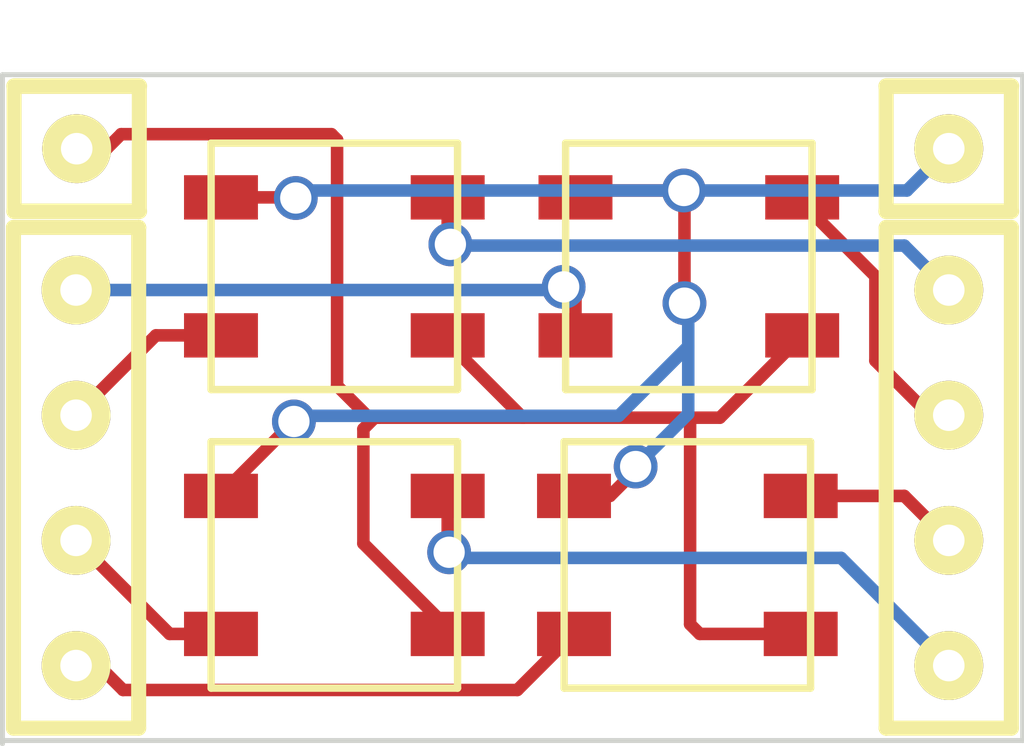
<source format=kicad_pcb>
(kicad_pcb (version 3) (host pcbnew "(2013-07-07 BZR 4022)-stable")

  (general
    (links 16)
    (no_connects 0)
    (area 195.567299 137.43178 216.633551 155.47975)
    (thickness 1.6)
    (drawings 4)
    (tracks 85)
    (zones 0)
    (modules 8)
    (nets 11)
  )

  (page A3)
  (layers
    (15 Front.Layer signal)
    (0 Back.Layer power)
    (17 F.Adhes user)
    (19 F.Paste user)
    (21 F.SilkS user)
    (22 B.Mask user)
    (23 F.Mask user)
    (28 Edge.Cuts user)
  )

  (setup
    (last_trace_width 0.254)
    (user_trace_width 0.2)
    (user_trace_width 12.7)
    (trace_clearance 0.254)
    (zone_clearance 0.508)
    (zone_45_only no)
    (trace_min 0.1524)
    (segment_width 0.2)
    (edge_width 0.1)
    (via_size 0.889)
    (via_drill 0.635)
    (via_min_size 0.889)
    (via_min_drill 0.508)
    (uvia_size 0.508)
    (uvia_drill 0.127)
    (uvias_allowed no)
    (uvia_min_size 0.508)
    (uvia_min_drill 0.127)
    (pcb_text_width 0.3)
    (pcb_text_size 1.5 1.5)
    (mod_edge_width 0.15)
    (mod_text_size 1 1)
    (mod_text_width 0.15)
    (pad_size 1.397 1.397)
    (pad_drill 0.64)
    (pad_to_mask_clearance 0)
    (aux_axis_origin 0 0)
    (visible_elements 7FFFFFFF)
    (pcbplotparams
      (layerselection 283803649)
      (usegerberextensions true)
      (excludeedgelayer true)
      (linewidth 0.150000)
      (plotframeref false)
      (viasonmask false)
      (mode 1)
      (useauxorigin false)
      (hpglpennumber 1)
      (hpglpenspeed 20)
      (hpglpendiameter 15)
      (hpglpenoverlay 2)
      (psnegative false)
      (psa4output false)
      (plotreference true)
      (plotvalue true)
      (plotothertext true)
      (plotinvisibletext false)
      (padsonsilk false)
      (subtractmaskfromsilk false)
      (outputformat 1)
      (mirror false)
      (drillshape 0)
      (scaleselection 1)
      (outputdirectory ""))
  )

  (net 0 "")
  (net 1 N-000001)
  (net 2 N-0000010)
  (net 3 N-000002)
  (net 4 N-000003)
  (net 5 N-000004)
  (net 6 N-000005)
  (net 7 N-000006)
  (net 8 N-000007)
  (net 9 N-000008)
  (net 10 N-000009)

  (net_class Default "This is the default net class."
    (clearance 0.254)
    (trace_width 0.254)
    (via_dia 0.889)
    (via_drill 0.635)
    (uvia_dia 0.508)
    (uvia_drill 0.127)
    (add_net "")
    (add_net N-000001)
    (add_net N-0000010)
    (add_net N-000002)
    (add_net N-000003)
    (add_net N-000004)
    (add_net N-000005)
    (add_net N-000006)
    (add_net N-000007)
    (add_net N-000008)
    (add_net N-000009)
  )

  (net_class HighPower ""
    (clearance 0.254)
    (trace_width 0.5)
    (via_dia 0.889)
    (via_drill 0.635)
    (uvia_dia 0.508)
    (uvia_drill 0.127)
  )

  (module WS2812B (layer Front.Layer) (tedit 540F8A22) (tstamp 540F7A1B)
    (at 199.9107 146.1897)
    (descr "SMT 5050 WD2812")
    (path /53FFEF12)
    (fp_text reference "" (at 0 -2.8575) (layer F.SilkS)
      (effects (font (size 0.20066 0.20066) (thickness 0.04064)))
    )
    (fp_text value "" (at 0 2.8575) (layer F.SilkS) hide
      (effects (font (size 0.20066 0.20066) (thickness 0.04064)))
    )
    (fp_line (start 5.07302 -5.07556) (end 0.07302 -5.07556) (layer F.SilkS) (width 0.15))
    (fp_line (start 0.07302 -5.07556) (end 0.07302 -0.07556) (layer F.SilkS) (width 0.15))
    (fp_line (start 0.07302 -0.07556) (end 5.07302 -0.07556) (layer F.SilkS) (width 0.15))
    (fp_line (start 5.07302 -0.07556) (end 5.07302 -5.07556) (layer F.SilkS) (width 0.15))
    (pad 1 smd rect (at 4.87302 -1.17556) (size 1.5 0.9)
      (layers Front.Layer F.Paste F.Mask)
      (net 6 N-000005)
      (solder_mask_margin 0.3)
      (clearance 0.3)
      (zone_connect 2)
    )
    (pad 4 smd rect (at 0.27302 -1.17556) (size 1.5 0.9)
      (layers Front.Layer F.Paste F.Mask)
      (net 1 N-000001)
      (solder_mask_margin 0.3)
      (clearance 0.3)
    )
    (pad 2 smd rect (at 4.87302 -3.97556) (size 1.5 0.9)
      (layers Front.Layer F.Paste F.Mask)
      (net 2 N-0000010)
      (solder_mask_margin 0.3)
      (clearance 0.3)
    )
    (pad 3 smd rect (at 0.27302 -3.97556) (size 1.5 0.9)
      (layers Front.Layer F.Paste F.Mask)
      (net 10 N-000009)
      (solder_mask_margin 0.3)
      (clearance 0.3)
    )
    (model smd/resistors/r_cat16-2.wrl
      (at (xyz 0 0 0))
      (scale (xyz 2 2 1))
      (rotate (xyz 0 0 0))
    )
  )

  (module WS2812B (layer Front.Layer) (tedit 540F8A1D) (tstamp 540F7A27)
    (at 207.1036 146.1897)
    (descr "SMT 5050 WD2812")
    (path /53FFEF21)
    (fp_text reference "" (at 0 -2.8575) (layer F.SilkS)
      (effects (font (size 0.20066 0.20066) (thickness 0.04064)))
    )
    (fp_text value "" (at 0 2.8575) (layer F.SilkS) hide
      (effects (font (size 0.20066 0.20066) (thickness 0.04064)))
    )
    (fp_line (start 5.07302 -5.07556) (end 0.07302 -5.07556) (layer F.SilkS) (width 0.15))
    (fp_line (start 0.07302 -5.07556) (end 0.07302 -0.07556) (layer F.SilkS) (width 0.15))
    (fp_line (start 0.07302 -0.07556) (end 5.07302 -0.07556) (layer F.SilkS) (width 0.15))
    (fp_line (start 5.07302 -0.07556) (end 5.07302 -5.07556) (layer F.SilkS) (width 0.15))
    (pad 1 smd rect (at 4.87302 -1.17556) (size 1.5 0.9)
      (layers Front.Layer F.Paste F.Mask)
      (net 6 N-000005)
      (solder_mask_margin 0.3)
      (clearance 0.3)
      (zone_connect 2)
    )
    (pad 4 smd rect (at 0.27302 -1.17556) (size 1.5 0.9)
      (layers Front.Layer F.Paste F.Mask)
      (net 5 N-000004)
      (solder_mask_margin 0.3)
      (clearance 0.3)
    )
    (pad 2 smd rect (at 4.87302 -3.97556) (size 1.5 0.9)
      (layers Front.Layer F.Paste F.Mask)
      (net 7 N-000006)
      (solder_mask_margin 0.3)
      (clearance 0.3)
    )
    (pad 3 smd rect (at 0.27302 -3.97556) (size 1.5 0.9)
      (layers Front.Layer F.Paste F.Mask)
      (net 10 N-000009)
      (solder_mask_margin 0.3)
      (clearance 0.3)
    )
    (model smd/resistors/r_cat16-2.wrl
      (at (xyz 0 0 0))
      (scale (xyz 2 2 1))
      (rotate (xyz 0 0 0))
    )
  )

  (module WS2812B (layer Front.Layer) (tedit 540F8A10) (tstamp 540F7A33)
    (at 199.9107 152.2476)
    (descr "SMT 5050 WD2812")
    (path /53FFEF30)
    (fp_text reference "" (at 0 -2.8575) (layer F.SilkS)
      (effects (font (size 0.20066 0.20066) (thickness 0.04064)))
    )
    (fp_text value "" (at 0 2.8575) (layer F.SilkS) hide
      (effects (font (size 0.20066 0.20066) (thickness 0.04064)))
    )
    (fp_line (start 5.07302 -5.07556) (end 0.07302 -5.07556) (layer F.SilkS) (width 0.15))
    (fp_line (start 0.07302 -5.07556) (end 0.07302 -0.07556) (layer F.SilkS) (width 0.15))
    (fp_line (start 0.07302 -0.07556) (end 5.07302 -0.07556) (layer F.SilkS) (width 0.15))
    (fp_line (start 5.07302 -0.07556) (end 5.07302 -5.07556) (layer F.SilkS) (width 0.15))
    (pad 1 smd rect (at 4.87302 -1.17556) (size 1.5 0.9)
      (layers Front.Layer F.Paste F.Mask)
      (net 6 N-000005)
      (solder_mask_margin 0.3)
      (clearance 0.3)
      (zone_connect 2)
    )
    (pad 4 smd rect (at 0.27302 -1.17556) (size 1.5 0.9)
      (layers Front.Layer F.Paste F.Mask)
      (net 3 N-000002)
      (solder_mask_margin 0.3)
      (clearance 0.3)
    )
    (pad 2 smd rect (at 4.87302 -3.97556) (size 1.5 0.9)
      (layers Front.Layer F.Paste F.Mask)
      (net 9 N-000008)
      (solder_mask_margin 0.3)
      (clearance 0.3)
    )
    (pad 3 smd rect (at 0.27302 -3.97556) (size 1.5 0.9)
      (layers Front.Layer F.Paste F.Mask)
      (net 10 N-000009)
      (solder_mask_margin 0.3)
      (clearance 0.3)
    )
    (model smd/resistors/r_cat16-2.wrl
      (at (xyz 0 0 0))
      (scale (xyz 2 2 1))
      (rotate (xyz 0 0 0))
    )
  )

  (module WS2812B (layer Front.Layer) (tedit 540F89C5) (tstamp 540F7A3F)
    (at 207.0736 152.2476)
    (descr "SMT 5050 WD2812")
    (path /53FFEF3F)
    (fp_text reference "" (at 0 -2.8575) (layer F.SilkS)
      (effects (font (size 0.20066 0.20066) (thickness 0.04064)))
    )
    (fp_text value "" (at 0 2.8575) (layer F.SilkS) hide
      (effects (font (size 0.20066 0.20066) (thickness 0.04064)))
    )
    (fp_line (start 5.07302 -5.07556) (end 0.07302 -5.07556) (layer F.SilkS) (width 0.15))
    (fp_line (start 0.07302 -5.07556) (end 0.07302 -0.07556) (layer F.SilkS) (width 0.15))
    (fp_line (start 0.07302 -0.07556) (end 5.07302 -0.07556) (layer F.SilkS) (width 0.15))
    (fp_line (start 5.07302 -0.07556) (end 5.07302 -5.07556) (layer F.SilkS) (width 0.15))
    (pad 1 smd rect (at 4.87302 -1.17556) (size 1.5 0.9)
      (layers Front.Layer F.Paste F.Mask)
      (net 6 N-000005)
      (solder_mask_margin 0.3)
      (clearance 0.3)
      (zone_connect 2)
    )
    (pad 4 smd rect (at 0.27302 -1.17556) (size 1.5 0.9)
      (layers Front.Layer F.Paste F.Mask)
      (net 4 N-000003)
      (solder_mask_margin 0.3)
      (clearance 0.3)
    )
    (pad 2 smd rect (at 4.87302 -3.97556) (size 1.5 0.9)
      (layers Front.Layer F.Paste F.Mask)
      (net 8 N-000007)
      (solder_mask_margin 0.3)
      (clearance 0.3)
    )
    (pad 3 smd rect (at 0.27302 -3.97556) (size 1.5 0.9)
      (layers Front.Layer F.Paste F.Mask)
      (net 10 N-000009)
      (solder_mask_margin 0.3)
      (clearance 0.3)
    )
    (model smd/resistors/r_cat16-2.wrl
      (at (xyz 0 0 0))
      (scale (xyz 2 2 1))
      (rotate (xyz 0 0 0))
    )
  )

  (module 4P-Header (layer Front.Layer) (tedit 540F8A03) (tstamp 540F7A4D)
    (at 197.2437 147.9042 270)
    (descr "Connecteur 4 pibs")
    (tags "CONN DEV")
    (path /540E8307)
    (fp_text reference "" (at 0 -2.54 270) (layer F.SilkS)
      (effects (font (size 1.73482 1.08712) (thickness 0.27178)))
    )
    (fp_text value "" (at 0 -2.54 270) (layer F.SilkS) hide
      (effects (font (size 1.524 1.016) (thickness 0.254)))
    )
    (fp_line (start -5.08 -1.27) (end -5.08 -1.27) (layer F.SilkS) (width 0.3048))
    (fp_line (start -5.08 1.27) (end -5.08 -1.27) (layer F.SilkS) (width 0.3048))
    (fp_line (start -5.08 -1.27) (end -5.08 -1.27) (layer F.SilkS) (width 0.3048))
    (fp_line (start -5.08 -1.27) (end 5.08 -1.27) (layer F.SilkS) (width 0.3048))
    (fp_line (start 5.08 -1.27) (end 5.08 1.27) (layer F.SilkS) (width 0.3048))
    (fp_line (start 5.08 1.27) (end -5.08 1.27) (layer F.SilkS) (width 0.3048))
    (pad 1 thru_hole circle (at -3.81 0 270) (size 1.397 1.397) (drill 0.64)
      (layers *.Cu *.Mask F.SilkS)
      (net 5 N-000004)
    )
    (pad 2 thru_hole circle (at -1.27 0 270) (size 1.397 1.397) (drill 0.64)
      (layers *.Cu *.Mask F.SilkS)
      (net 1 N-000001)
    )
    (pad 3 thru_hole circle (at 1.27 0 270) (size 1.397 1.397) (drill 0.64)
      (layers *.Cu *.Mask F.SilkS)
      (net 3 N-000002)
    )
    (pad 4 thru_hole circle (at 3.81 0 270) (size 1.397 1.397) (drill 0.64)
      (layers *.Cu *.Mask F.SilkS)
      (net 4 N-000003)
    )
  )

  (module 4P-Header (layer Front.Layer) (tedit 540FDB74) (tstamp 540F7A5B)
    (at 214.9508 147.9042 90)
    (descr "Connecteur 4 pibs")
    (tags "CONN DEV")
    (path /540E8316)
    (fp_text reference "" (at 0 -2.54 90) (layer F.SilkS)
      (effects (font (size 1.73482 1.08712) (thickness 0.27178)))
    )
    (fp_text value "" (at 0 -2.54 90) (layer F.SilkS) hide
      (effects (font (size 1.524 1.016) (thickness 0.254)))
    )
    (fp_line (start -5.08 -1.27) (end -5.08 -1.27) (layer F.SilkS) (width 0.3048))
    (fp_line (start -5.08 1.27) (end -5.08 -1.27) (layer F.SilkS) (width 0.3048))
    (fp_line (start -5.08 -1.27) (end -5.08 -1.27) (layer F.SilkS) (width 0.3048))
    (fp_line (start -5.08 -1.27) (end 5.08 -1.27) (layer F.SilkS) (width 0.3048))
    (fp_line (start 5.08 -1.27) (end 5.08 1.27) (layer F.SilkS) (width 0.3048))
    (fp_line (start 5.08 1.27) (end -5.08 1.27) (layer F.SilkS) (width 0.3048))
    (pad 1 thru_hole circle (at -3.81 0 90) (size 1.397 1.397) (drill 0.64)
      (layers *.Cu *.Mask F.SilkS)
      (net 9 N-000008)
    )
    (pad 2 thru_hole circle (at -1.27 0 90) (size 1.397 1.397) (drill 0.64)
      (layers *.Cu *.Mask F.SilkS)
      (net 8 N-000007)
    )
    (pad 3 thru_hole circle (at 1.27 0 90) (size 1.397 1.397) (drill 0.64)
      (layers *.Cu *.Mask F.SilkS)
      (net 7 N-000006)
    )
    (pad 4 thru_hole circle (at 3.81 0 90) (size 1.397 1.397) (drill 0.64)
      (layers *.Cu *.Mask F.SilkS)
      (net 2 N-0000010)
    )
  )

  (module 1pin (layer Front.Layer) (tedit 540FDB7D) (tstamp 540F7A64)
    (at 214.9508 141.22654)
    (descr "Connecteurs 1 pin")
    (tags "CONN DEV")
    (path /540F1170)
    (fp_text reference "" (at 0 -2.54) (layer F.SilkS)
      (effects (font (size 1.72974 1.08712) (thickness 0.27178)))
    )
    (fp_text value "" (at 0 -2.54) (layer F.SilkS) hide
      (effects (font (size 1.524 1.016) (thickness 0.254)))
    )
    (fp_line (start -1.27 1.27) (end 1.27 1.27) (layer F.SilkS) (width 0.3175))
    (fp_line (start -1.27 -1.27) (end 1.27 -1.27) (layer F.SilkS) (width 0.3175))
    (fp_line (start -1.27 1.27) (end -1.27 -1.27) (layer F.SilkS) (width 0.3048))
    (fp_line (start 1.27 -1.27) (end 1.27 1.27) (layer F.SilkS) (width 0.3048))
    (pad 1 thru_hole circle (at 0 0) (size 1.397 1.397) (drill 0.64)
      (layers *.Cu *.Mask F.SilkS)
      (net 10 N-000009)
    )
  )

  (module 1pin (layer Front.Layer) (tedit 540FDB85) (tstamp 540F7A6D)
    (at 197.2564 141.22654)
    (descr "Connecteurs 1 pin")
    (tags "CONN DEV")
    (path /540F118E)
    (fp_text reference "" (at 0 -2.54) (layer F.SilkS)
      (effects (font (size 1.72974 1.08712) (thickness 0.27178)))
    )
    (fp_text value "" (at 0 -2.54) (layer F.SilkS) hide
      (effects (font (size 1.524 1.016) (thickness 0.254)))
    )
    (fp_line (start -1.27 1.27) (end 1.27 1.27) (layer F.SilkS) (width 0.3175))
    (fp_line (start -1.27 -1.27) (end 1.27 -1.27) (layer F.SilkS) (width 0.3175))
    (fp_line (start -1.27 1.27) (end -1.27 -1.27) (layer F.SilkS) (width 0.3048))
    (fp_line (start 1.27 -1.27) (end 1.27 1.27) (layer F.SilkS) (width 0.3048))
    (pad 1 thru_hole circle (at 0 0) (size 1.397 1.397) (drill 0.64)
      (layers *.Cu *.Mask F.SilkS)
      (net 6 N-000005)
    )
  )

  (gr_line (start 195.75 153.235) (end 216.45 153.235) (angle 90) (layer Edge.Cuts) (width 0.1))
  (gr_line (start 195.75 139.7254) (end 195.75 153.3017) (angle 90) (layer Edge.Cuts) (width 0.1) (tstamp 540FDFD4))
  (gr_line (start 216.45 139.7254) (end 195.75 139.7254) (angle 90) (layer Edge.Cuts) (width 0.1) (tstamp 540FE02D))
  (gr_line (start 216.45 153.2382) (end 216.45 139.7254) (angle 90) (layer Edge.Cuts) (width 0.1) (tstamp 540FE02C))

  (segment (start 200.18372 145.01414) (end 198.86376 145.01414) (width 0.254) (layer Front.Layer) (net 1))
  (segment (start 198.86376 145.01414) (end 197.2437 146.6342) (width 0.254) (layer Front.Layer) (net 1) (tstamp 540F96FC))
  (segment (start 213.7283 143.1925) (end 214.0491 143.1925) (width 0.254) (layer Back.Layer) (net 2))
  (segment (start 204.78372 143.11252) (end 204.8383 143.1671) (width 0.254) (layer Front.Layer) (net 2) (tstamp 540F96C1))
  (via (at 204.8383 143.1671) (size 0.889) (layers Front.Layer Back.Layer) (net 2))
  (segment (start 204.8383 143.1671) (end 204.8637 143.1925) (width 0.254) (layer Back.Layer) (net 2) (tstamp 540F96CD))
  (segment (start 204.8637 143.1925) (end 213.7283 143.1925) (width 0.254) (layer Back.Layer) (net 2) (tstamp 540F96CE))
  (segment (start 204.78372 142.21414) (end 204.78372 143.11252) (width 0.254) (layer Front.Layer) (net 2))
  (segment (start 214.0491 143.1925) (end 214.9508 144.0942) (width 0.254) (layer Back.Layer) (net 2) (tstamp 540F96D2))
  (segment (start 200.18372 151.07204) (end 199.14154 151.07204) (width 0.254) (layer Front.Layer) (net 3))
  (segment (start 199.14154 151.07204) (end 197.2437 149.1742) (width 0.254) (layer Front.Layer) (net 3) (tstamp 540F9700))
  (segment (start 207.34662 151.07204) (end 207.33466 151.07204) (width 0.254) (layer Front.Layer) (net 4))
  (segment (start 197.7009 151.7142) (end 197.2437 151.7142) (width 0.254) (layer Front.Layer) (net 4) (tstamp 540F970D))
  (segment (start 198.1962 152.2095) (end 197.7009 151.7142) (width 0.254) (layer Front.Layer) (net 4) (tstamp 540F9709))
  (segment (start 206.1972 152.2095) (end 198.1962 152.2095) (width 0.254) (layer Front.Layer) (net 4) (tstamp 540F9707))
  (segment (start 207.33466 151.07204) (end 206.1972 152.2095) (width 0.254) (layer Front.Layer) (net 4) (tstamp 540F9705))
  (segment (start 207.37662 145.01414) (end 207.37662 144.27032) (width 0.254) (layer Front.Layer) (net 5))
  (segment (start 207.0735 144.0942) (end 197.2437 144.0942) (width 0.254) (layer Back.Layer) (net 5) (tstamp 540F9757))
  (segment (start 207.137 144.0307) (end 207.0735 144.0942) (width 0.254) (layer Back.Layer) (net 5) (tstamp 540F9756))
  (via (at 207.137 144.0307) (size 0.889) (layers Front.Layer Back.Layer) (net 5))
  (segment (start 207.37662 144.27032) (end 207.137 144.0307) (width 0.254) (layer Front.Layer) (net 5) (tstamp 540F9750))
  (segment (start 203.3778 146.685) (end 203.1873 146.685) (width 0.254) (layer Front.Layer) (net 6))
  (segment (start 197.86346 141.22654) (end 197.2564 141.22654) (width 0.254) (layer Front.Layer) (net 6) (tstamp 540F97B6))
  (segment (start 198.1581 140.9319) (end 197.86346 141.22654) (width 0.254) (layer Front.Layer) (net 6) (tstamp 540F97B5))
  (segment (start 202.4253 140.9319) (end 198.1581 140.9319) (width 0.254) (layer Front.Layer) (net 6) (tstamp 540F97B1))
  (segment (start 202.5396 141.0462) (end 202.4253 140.9319) (width 0.254) (layer Front.Layer) (net 6) (tstamp 540F97B0))
  (segment (start 202.5396 146.0373) (end 202.5396 141.0462) (width 0.254) (layer Front.Layer) (net 6) (tstamp 540F97AB))
  (segment (start 203.1873 146.685) (end 202.5396 146.0373) (width 0.254) (layer Front.Layer) (net 6) (tstamp 540F97AA))
  (segment (start 204.78372 151.07204) (end 204.78372 150.94842) (width 0.254) (layer Front.Layer) (net 6))
  (segment (start 203.3016 146.685) (end 203.3778 146.685) (width 0.254) (layer Front.Layer) (net 6) (tstamp 540F978D))
  (segment (start 203.3778 146.685) (end 206.3115 146.685) (width 0.254) (layer Front.Layer) (net 6) (tstamp 540F97A8))
  (segment (start 203.073 146.9136) (end 203.3016 146.685) (width 0.254) (layer Front.Layer) (net 6) (tstamp 540F978C))
  (segment (start 203.073 149.2377) (end 203.073 146.9136) (width 0.254) (layer Front.Layer) (net 6) (tstamp 540F9788))
  (segment (start 204.78372 150.94842) (end 203.073 149.2377) (width 0.254) (layer Front.Layer) (net 6) (tstamp 540F9787))
  (segment (start 204.78372 145.01414) (end 204.78372 145.15722) (width 0.254) (layer Front.Layer) (net 6))
  (segment (start 206.3115 146.685) (end 209.7024 146.685) (width 0.254) (layer Front.Layer) (net 6) (tstamp 540F9783))
  (segment (start 204.78372 145.15722) (end 206.3115 146.685) (width 0.254) (layer Front.Layer) (net 6) (tstamp 540F9782))
  (segment (start 209.7024 146.685) (end 210.30576 146.685) (width 0.254) (layer Front.Layer) (net 6))
  (segment (start 209.89844 151.07204) (end 209.7024 150.876) (width 0.254) (layer Front.Layer) (net 6) (tstamp 540F9774))
  (segment (start 209.7024 150.876) (end 209.7024 146.685) (width 0.254) (layer Front.Layer) (net 6) (tstamp 540F9779))
  (segment (start 211.94662 151.07204) (end 209.89844 151.07204) (width 0.254) (layer Front.Layer) (net 6))
  (segment (start 210.30576 146.685) (end 211.97662 145.01414) (width 0.254) (layer Front.Layer) (net 6) (tstamp 540F977F))
  (segment (start 211.97662 142.21414) (end 211.97662 142.32982) (width 0.254) (layer Front.Layer) (net 7))
  (segment (start 214.5665 146.6342) (end 214.9508 146.6342) (width 0.254) (layer Front.Layer) (net 7) (tstamp 540F96B8))
  (segment (start 213.4616 145.5293) (end 214.5665 146.6342) (width 0.254) (layer Front.Layer) (net 7) (tstamp 540F96B6))
  (segment (start 213.4616 143.8148) (end 213.4616 145.5293) (width 0.254) (layer Front.Layer) (net 7) (tstamp 540F96AD))
  (segment (start 211.97662 142.32982) (end 213.4616 143.8148) (width 0.254) (layer Front.Layer) (net 7) (tstamp 540F96A7))
  (segment (start 211.94662 148.27204) (end 214.04864 148.27204) (width 0.254) (layer Front.Layer) (net 8))
  (segment (start 214.04864 148.27204) (end 214.9508 149.1742) (width 0.254) (layer Front.Layer) (net 8) (tstamp 540F96A0))
  (segment (start 204.78372 148.27204) (end 204.78372 149.22878) (width 0.254) (layer Front.Layer) (net 9))
  (segment (start 212.7664 149.5298) (end 214.9508 151.7142) (width 0.254) (layer Back.Layer) (net 9) (tstamp 540F96F1))
  (segment (start 204.9272 149.5298) (end 212.7664 149.5298) (width 0.254) (layer Back.Layer) (net 9) (tstamp 540F96F0))
  (segment (start 204.8129 149.4155) (end 204.9272 149.5298) (width 0.254) (layer Back.Layer) (net 9) (tstamp 540F96EF))
  (via (at 204.8129 149.4155) (size 0.889) (layers Front.Layer Back.Layer) (net 9))
  (segment (start 204.8256 149.4028) (end 204.8129 149.4155) (width 0.254) (layer Front.Layer) (net 9) (tstamp 540F96ED))
  (segment (start 204.8256 149.27066) (end 204.8256 149.4028) (width 0.254) (layer Front.Layer) (net 9) (tstamp 540F96E3))
  (segment (start 204.78372 149.22878) (end 204.8256 149.27066) (width 0.254) (layer Front.Layer) (net 9) (tstamp 540F96E1))
  (segment (start 209.5754 142.0749) (end 214.10244 142.0749) (width 0.254) (layer Back.Layer) (net 10))
  (segment (start 214.10244 142.0749) (end 214.9508 141.22654) (width 0.254) (layer Back.Layer) (net 10) (tstamp 540F9860))
  (segment (start 200.18372 142.21414) (end 201.61204 142.21414) (width 0.254) (layer Front.Layer) (net 10))
  (segment (start 209.5754 142.0749) (end 209.5881 142.0749) (width 0.254) (layer Front.Layer) (net 10) (tstamp 540F9851))
  (via (at 209.5754 142.0749) (size 0.889) (layers Front.Layer Back.Layer) (net 10))
  (segment (start 201.8538 142.0749) (end 209.5754 142.0749) (width 0.254) (layer Back.Layer) (net 10) (tstamp 540F9844))
  (segment (start 201.7014 142.2273) (end 201.8538 142.0749) (width 0.254) (layer Back.Layer) (net 10) (tstamp 540F9843))
  (via (at 201.7014 142.2273) (size 0.889) (layers Front.Layer Back.Layer) (net 10))
  (segment (start 201.6252 142.2273) (end 201.7014 142.2273) (width 0.254) (layer Front.Layer) (net 10) (tstamp 540F9833))
  (segment (start 201.61204 142.21414) (end 201.6252 142.2273) (width 0.254) (layer Front.Layer) (net 10) (tstamp 540F982D))
  (via (at 201.6633 146.7612) (size 0.889) (layers Front.Layer Back.Layer) (net 10))
  (segment (start 200.18372 148.24078) (end 201.6633 146.7612) (width 0.254) (layer Front.Layer) (net 10) (tstamp 540F97CB))
  (segment (start 200.18372 148.27204) (end 200.18372 148.24078) (width 0.254) (layer Front.Layer) (net 10))
  (segment (start 208.2546 146.6469) (end 209.6643 145.2372) (width 0.254) (layer Back.Layer) (net 10) (tstamp 540F97FC))
  (segment (start 201.7776 146.6469) (end 208.2546 146.6469) (width 0.254) (layer Back.Layer) (net 10) (tstamp 540F97F5))
  (segment (start 201.6633 146.7612) (end 201.7776 146.6469) (width 0.254) (layer Back.Layer) (net 10) (tstamp 540F97F4))
  (segment (start 209.5881 142.0749) (end 207.51586 142.0749) (width 0.254) (layer Front.Layer) (net 10))
  (segment (start 208.07726 148.27204) (end 208.5975 147.7518) (width 0.254) (layer Front.Layer) (net 10) (tstamp 540F97D1))
  (segment (start 208.5975 147.7518) (end 208.5975 147.6756) (width 0.254) (layer Front.Layer) (net 10) (tstamp 540F97D3))
  (via (at 208.5975 147.6756) (size 0.889) (layers Front.Layer Back.Layer) (net 10))
  (segment (start 208.5975 147.6756) (end 209.6643 146.6088) (width 0.254) (layer Back.Layer) (net 10) (tstamp 540F97D7))
  (segment (start 209.6643 146.6088) (end 209.6643 145.2372) (width 0.254) (layer Back.Layer) (net 10) (tstamp 540F97D8))
  (segment (start 209.6643 145.2372) (end 209.6643 144.4371) (width 0.254) (layer Back.Layer) (net 10) (tstamp 540F9803))
  (segment (start 209.6643 144.4371) (end 209.5881 144.3609) (width 0.254) (layer Back.Layer) (net 10) (tstamp 540F97DC))
  (via (at 209.5881 144.3609) (size 0.889) (layers Front.Layer Back.Layer) (net 10))
  (segment (start 209.5881 144.3609) (end 209.5881 142.0749) (width 0.254) (layer Front.Layer) (net 10) (tstamp 540F97DE))
  (segment (start 207.34662 148.27204) (end 208.07726 148.27204) (width 0.254) (layer Front.Layer) (net 10))
  (segment (start 207.51586 142.0749) (end 207.37662 142.21414) (width 0.254) (layer Front.Layer) (net 10) (tstamp 540F97E2))

)

</source>
